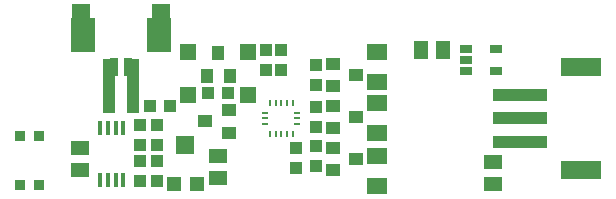
<source format=gbr>
G04 EAGLE Gerber RS-274X export*
G75*
%MOMM*%
%FSLAX34Y34*%
%LPD*%
%INSolderpaste Top*%
%IPPOS*%
%AMOC8*
5,1,8,0,0,1.08239X$1,22.5*%
G01*
%ADD10R,0.900000X0.900000*%
%ADD11R,4.600000X1.000000*%
%ADD12R,3.400000X1.600000*%
%ADD13R,1.000000X4.600000*%
%ADD14R,1.600000X3.400000*%
%ADD15R,0.400000X1.300000*%
%ADD16R,1.000000X1.075000*%
%ADD17R,1.500000X1.240000*%
%ADD18R,1.600000X1.500000*%
%ADD19R,1.200000X1.200000*%
%ADD20R,0.800000X1.600000*%
%ADD21R,2.100000X3.000000*%
%ADD22R,0.990000X0.690000*%
%ADD23R,1.400000X1.400000*%
%ADD24R,1.000000X1.200000*%
%ADD25R,1.075000X1.000000*%
%ADD26R,1.200000X1.000000*%
%ADD27R,0.250000X0.500000*%
%ADD28R,0.500000X0.250000*%
%ADD29R,1.800000X1.400000*%
%ADD30R,1.240000X1.500000*%


D10*
X12320Y99240D03*
X28320Y99240D03*
X28320Y58240D03*
X12320Y58240D03*
D11*
X435280Y134300D03*
X435280Y114300D03*
D12*
X487280Y158300D03*
X487280Y70300D03*
D11*
X435280Y94300D03*
D13*
X87790Y142070D03*
X107790Y142070D03*
D14*
X63790Y194070D03*
X131790Y194070D03*
D15*
X80420Y61820D03*
X86920Y61820D03*
X93420Y61820D03*
X99920Y61820D03*
X99920Y105820D03*
X93420Y105820D03*
X86920Y105820D03*
X80420Y105820D03*
D16*
X114300Y78350D03*
X114300Y61350D03*
X128270Y91830D03*
X128270Y108830D03*
X114300Y91830D03*
X114300Y108830D03*
D17*
X63500Y89510D03*
X63500Y70510D03*
D18*
X152400Y91430D03*
D19*
X142400Y58930D03*
X162400Y58930D03*
D16*
X128270Y78350D03*
X128270Y61350D03*
D20*
X104040Y157480D03*
X91540Y157480D03*
D21*
X129640Y184980D03*
X65940Y184980D03*
D22*
X389690Y173330D03*
X389690Y163830D03*
X389690Y154330D03*
X415590Y154330D03*
X415590Y173330D03*
D23*
X205740Y133900D03*
X205740Y170900D03*
X154940Y133900D03*
X154940Y170900D03*
D24*
X180340Y170020D03*
X189840Y150020D03*
X170840Y150020D03*
D25*
X171840Y135890D03*
X188840Y135890D03*
D26*
X169070Y111760D03*
X189070Y121260D03*
X189070Y102260D03*
D27*
X243680Y127800D03*
X238680Y127800D03*
X233680Y127800D03*
X228680Y127800D03*
X223680Y127800D03*
D28*
X220180Y119300D03*
X220180Y114300D03*
X220180Y109300D03*
D27*
X223680Y100800D03*
X228680Y100800D03*
X233680Y100800D03*
X238680Y100800D03*
X243680Y100800D03*
D28*
X247180Y109300D03*
X247180Y114300D03*
X247180Y119300D03*
D16*
X233680Y172330D03*
X233680Y155330D03*
X220980Y172330D03*
X220980Y155330D03*
D26*
X297020Y80010D03*
X277020Y70510D03*
X277020Y89510D03*
X297020Y115570D03*
X277020Y106070D03*
X277020Y125070D03*
X297020Y151130D03*
X277020Y141630D03*
X277020Y160630D03*
D16*
X262890Y124070D03*
X262890Y107070D03*
X262890Y159630D03*
X262890Y142630D03*
X262890Y91050D03*
X262890Y74050D03*
D29*
X314960Y144780D03*
X314960Y170180D03*
X314960Y101600D03*
X314960Y127000D03*
X314960Y82550D03*
X314960Y57150D03*
D17*
X179705Y82525D03*
X179705Y63525D03*
X412750Y58445D03*
X412750Y77445D03*
D30*
X351815Y172085D03*
X370815Y172085D03*
D16*
X245745Y89145D03*
X245745Y72145D03*
D25*
X139310Y124460D03*
X122310Y124460D03*
M02*

</source>
